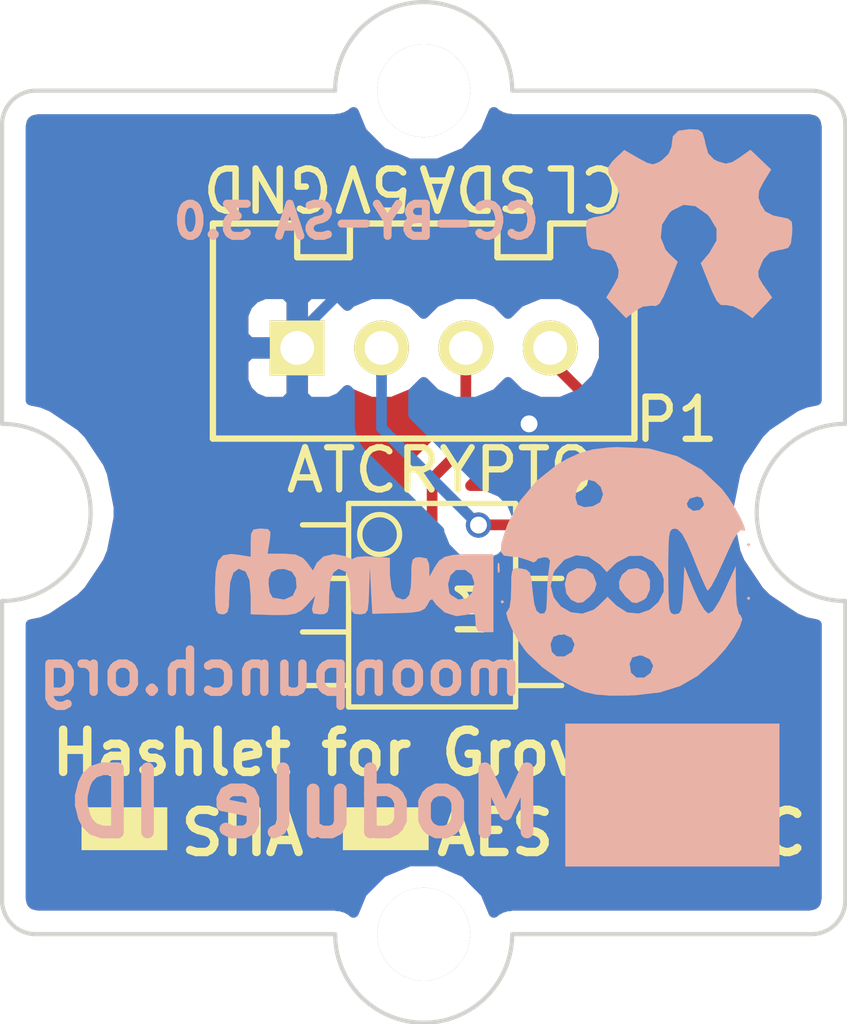
<source format=kicad_pcb>
(kicad_pcb (version 3) (host pcbnew "(2013-may-18)-stable")

  (general
    (links 4)
    (no_connects 0)
    (area 196.566934 126.063 222.813066 153.683)
    (thickness 1.6)
    (drawings 31)
    (tracks 32)
    (zones 0)
    (modules 10)
    (nets 5)
  )

  (page A3)
  (layers
    (15 F.Cu signal)
    (0 B.Cu signal)
    (16 B.Adhes user)
    (17 F.Adhes user)
    (18 B.Paste user)
    (19 F.Paste user)
    (20 B.SilkS user)
    (21 F.SilkS user)
    (22 B.Mask user)
    (23 F.Mask user)
    (28 Edge.Cuts user)
  )

  (setup
    (last_trace_width 0.254)
    (trace_clearance 0.254)
    (zone_clearance 0.508)
    (zone_45_only no)
    (trace_min 0.254)
    (segment_width 0.2)
    (edge_width 0.1)
    (via_size 0.6)
    (via_drill 0.4)
    (via_min_size 0.6)
    (via_min_drill 0.3)
    (uvia_size 0.508)
    (uvia_drill 0.127)
    (uvias_allowed no)
    (uvia_min_size 0.508)
    (uvia_min_drill 0.127)
    (pcb_text_width 0.3)
    (pcb_text_size 1.5 1.5)
    (mod_edge_width 0.15)
    (mod_text_size 1 1)
    (mod_text_width 0.15)
    (pad_size 2.2 2.2)
    (pad_drill 2.2)
    (pad_to_mask_clearance 0)
    (aux_axis_origin 0 0)
    (visible_elements FFFFFFBF)
    (pcbplotparams
      (layerselection 284196865)
      (usegerberextensions true)
      (excludeedgelayer true)
      (linewidth 0.150000)
      (plotframeref false)
      (viasonmask false)
      (mode 1)
      (useauxorigin false)
      (hpglpennumber 1)
      (hpglpenspeed 20)
      (hpglpendiameter 15)
      (hpglpenoverlay 2)
      (psnegative false)
      (psa4output false)
      (plotreference true)
      (plotvalue true)
      (plotothertext true)
      (plotinvisibletext false)
      (padsonsilk false)
      (subtractmaskfromsilk false)
      (outputformat 1)
      (mirror false)
      (drillshape 0)
      (scaleselection 1)
      (outputdirectory Gerber/))
  )

  (net 0 "")
  (net 1 /SCL)
  (net 2 /SDA)
  (net 3 /VCC)
  (net 4 GND)

  (net_class Default "This is the default net class."
    (clearance 0.254)
    (trace_width 0.254)
    (via_dia 0.6)
    (via_drill 0.4)
    (uvia_dia 0.508)
    (uvia_drill 0.127)
    (add_net "")
    (add_net /SCL)
    (add_net /SDA)
    (add_net /VCC)
    (add_net GND)
  )

  (module 1pin (layer F.Cu) (tedit 55CF05F4) (tstamp 55CF22D3)
    (at 210 130)
    (descr "module 1 pin (ou trou mecanique de percage)")
    (tags DEV)
    (path 1pin)
    (fp_text reference HoleA (at 0 -3.048) (layer F.SilkS) hide
      (effects (font (size 1.016 1.016) (thickness 0.254)))
    )
    (fp_text value P*** (at 0 2.794) (layer F.SilkS) hide
      (effects (font (size 1.016 1.016) (thickness 0.254)))
    )
    (pad 1 thru_hole circle (at 0 0) (size 2.2 2.2) (drill 2.2)
      (layers *.Cu *.Mask F.SilkS)
    )
  )

  (module 1pin (layer F.Cu) (tedit 55CF0600) (tstamp 55CF2347)
    (at 210 150)
    (descr "module 1 pin (ou trou mecanique de percage)")
    (tags DEV)
    (path 1pin)
    (fp_text reference HoleB (at 0 -3.048) (layer F.SilkS) hide
      (effects (font (size 1.016 1.016) (thickness 0.254)))
    )
    (fp_text value P*** (at 0 2.794) (layer F.SilkS) hide
      (effects (font (size 1.016 1.016) (thickness 0.254)))
    )
    (pad 1 thru_hole circle (at 0 0) (size 2.2 2.2) (drill 2.2)
      (layers *.Cu *.Mask F.SilkS)
    )
  )

  (module so-8 (layer F.Cu) (tedit 55CF0B04) (tstamp 55C70D73)
    (at 210.2 142.2 270)
    (descr SO-8)
    (path /54685FEC)
    (attr smd)
    (fp_text reference U1 (at 0 -1.016 270) (layer F.SilkS)
      (effects (font (size 0.7493 0.7493) (thickness 0.14986)))
    )
    (fp_text value ATCRYPTO (at -3.2 -0.2 360) (layer F.SilkS)
      (effects (font (size 1 1) (thickness 0.14986)))
    )
    (fp_line (start -2.413 -1.9812) (end -2.413 1.9812) (layer F.SilkS) (width 0.127))
    (fp_line (start -2.413 1.9812) (end 2.413 1.9812) (layer F.SilkS) (width 0.127))
    (fp_line (start 2.413 1.9812) (end 2.413 -1.9812) (layer F.SilkS) (width 0.127))
    (fp_line (start 2.413 -1.9812) (end -2.413 -1.9812) (layer F.SilkS) (width 0.127))
    (fp_line (start -1.905 -1.9812) (end -1.905 -3.0734) (layer F.SilkS) (width 0.127))
    (fp_line (start -0.635 -1.9812) (end -0.635 -3.0734) (layer F.SilkS) (width 0.127))
    (fp_line (start 0.635 -1.9812) (end 0.635 -3.0734) (layer F.SilkS) (width 0.127))
    (fp_line (start 1.905 -3.0734) (end 1.905 -1.9812) (layer F.SilkS) (width 0.127))
    (fp_line (start 1.905 1.9812) (end 1.905 3.0734) (layer F.SilkS) (width 0.127))
    (fp_line (start 0.635 3.0734) (end 0.635 1.9812) (layer F.SilkS) (width 0.127))
    (fp_line (start -0.635 3.0734) (end -0.635 1.9812) (layer F.SilkS) (width 0.127))
    (fp_line (start -1.905 3.0734) (end -1.905 1.9812) (layer F.SilkS) (width 0.127))
    (fp_circle (center -1.6764 1.2446) (end -1.9558 1.6256) (layer F.SilkS) (width 0.127))
    (pad 1 smd rect (at -1.905 2.794 270) (size 0.635 1.27)
      (layers F.Cu F.Paste F.Mask)
    )
    (pad 2 smd rect (at -0.635 2.794 270) (size 0.635 1.27)
      (layers F.Cu F.Paste F.Mask)
    )
    (pad 3 smd rect (at 0.635 2.794 270) (size 0.635 1.27)
      (layers F.Cu F.Paste F.Mask)
    )
    (pad 4 smd rect (at 1.905 2.794 270) (size 0.635 1.27)
      (layers F.Cu F.Paste F.Mask)
      (net 4 GND)
    )
    (pad 5 smd rect (at 1.905 -2.794 270) (size 0.635 1.27)
      (layers F.Cu F.Paste F.Mask)
      (net 2 /SDA)
    )
    (pad 6 smd rect (at 0.635 -2.794 270) (size 0.635 1.27)
      (layers F.Cu F.Paste F.Mask)
      (net 1 /SCL)
    )
    (pad 7 smd rect (at -0.635 -2.794 270) (size 0.635 1.27)
      (layers F.Cu F.Paste F.Mask)
    )
    (pad 8 smd rect (at -1.905 -2.794 270) (size 0.635 1.27)
      (layers F.Cu F.Paste F.Mask)
      (net 3 /VCC)
    )
    (model smd/smd_dil/so-8.wrl
      (at (xyz 0 0 0))
      (scale (xyz 1 1 1))
      (rotate (xyz 0 0 0))
    )
  )

  (module LOGO (layer B.Cu) (tedit 0) (tstamp 55C70E48)
    (at 215.9 146.7)
    (fp_text reference G*** (at 0 -2.45364) (layer B.SilkS) hide
      (effects (font (size 1.524 1.524) (thickness 0.3048)) (justify mirror))
    )
    (fp_text value LOGO (at 0 2.45364) (layer B.SilkS) hide
      (effects (font (size 1.524 1.524) (thickness 0.3048)) (justify mirror))
    )
    (fp_poly (pts (xy 2.54 1.69418) (xy 0 1.69418) (xy -2.54 1.69418) (xy -2.54 0)
      (xy -2.54 -1.69164) (xy 0 -1.69164) (xy 2.54 -1.69164) (xy 2.54 0)
      (xy 2.54 1.69418) (xy 2.54 1.69418)) (layer B.SilkS) (width 0.00254))
  )

  (module OSHW (layer B.Cu) (tedit 0) (tstamp 548728E9)
    (at 216.3 133.2)
    (fp_text reference G*** (at 0 -3.048) (layer B.SilkS) hide
      (effects (font (size 1.524 1.524) (thickness 0.3048)) (justify mirror))
    )
    (fp_text value LOGO (at 0 3.048) (layer B.SilkS) hide
      (effects (font (size 1.524 1.524) (thickness 0.3048)) (justify mirror))
    )
    (fp_poly (pts (xy 2.44602 0.06604) (xy 2.4384 0.19812) (xy 2.41046 0.42164) (xy 2.34442 0.52832)
      (xy 2.1971 0.56896) (xy 2.1336 0.57658) (xy 1.91262 0.635) (xy 1.76784 0.78994)
      (xy 1.71958 0.88392) (xy 1.6383 1.0795) (xy 1.64338 1.2192) (xy 1.7399 1.38684)
      (xy 1.77546 1.4351) (xy 1.96596 1.70434) (xy 1.73228 1.94818) (xy 1.4986 2.19456)
      (xy 1.25222 2.0193) (xy 1.04394 1.91262) (xy 0.86106 1.88214) (xy 0.84582 1.88468)
      (xy 0.74676 1.8796) (xy 0.65278 1.78562) (xy 0.5461 1.57226) (xy 0.48006 1.4097)
      (xy 0.27178 0.889) (xy 0.47498 0.65024) (xy 0.64516 0.3556) (xy 0.6477 0.07366)
      (xy 0.48006 -0.20574) (xy 0.42926 -0.26162) (xy 0.14478 -0.46228) (xy -0.13716 -0.49276)
      (xy -0.40894 -0.35814) (xy -0.4699 -0.30226) (xy -0.64516 -0.0254) (xy -0.67564 0.28194)
      (xy -0.56388 0.56642) (xy -0.47752 0.66802) (xy -0.27432 0.85598) (xy -0.49022 1.39954)
      (xy -0.61214 1.68656) (xy -0.70358 1.84658) (xy -0.79248 1.905) (xy -0.88646 1.89738)
      (xy -1.10236 1.92024) (xy -1.2827 2.02184) (xy -1.50114 2.19202) (xy -1.73482 1.94818)
      (xy -1.9685 1.70434) (xy -1.79578 1.4224) (xy -1.6891 1.2192) (xy -1.67386 1.05918)
      (xy -1.73736 0.87122) (xy -1.85928 0.6731) (xy -2.04216 0.58928) (xy -2.1336 0.57658)
      (xy -2.3114 0.5461) (xy -2.39776 0.46482) (xy -2.43332 0.28448) (xy -2.44094 0.1905)
      (xy -2.44856 -0.03556) (xy -2.40538 -0.14732) (xy -2.26314 -0.19812) (xy -2.12852 -0.22098)
      (xy -1.88976 -0.28194) (xy -1.76022 -0.39878) (xy -1.69926 -0.52832) (xy -1.65608 -0.73914)
      (xy -1.71704 -0.92202) (xy -1.78054 -1.01854) (xy -1.91262 -1.22936) (xy -1.92786 -1.37668)
      (xy -1.82626 -1.52146) (xy -1.74498 -1.60274) (xy -1.54178 -1.79324) (xy -1.2065 -1.6002)
      (xy -0.99314 -1.4859) (xy -0.85852 -1.45288) (xy -0.73406 -1.4986) (xy -0.6477 -1.55194)
      (xy -0.49022 -1.70434) (xy -0.42418 -1.85928) (xy -0.38862 -2.11836) (xy -0.25654 -2.25044)
      (xy -0.00254 -2.286) (xy 0 -2.286) (xy 0.21082 -2.27584) (xy 0.31242 -2.20726)
      (xy 0.36576 -2.032) (xy 0.37846 -1.9558) (xy 0.44958 -1.70942) (xy 0.58674 -1.56972)
      (xy 0.67818 -1.524) (xy 0.8636 -1.47066) (xy 1.02108 -1.50622) (xy 1.18618 -1.61036)
      (xy 1.45034 -1.79832) (xy 1.69672 -1.56464) (xy 1.9431 -1.32842) (xy 1.7653 -1.0414)
      (xy 1.65608 -0.83058) (xy 1.64084 -0.66548) (xy 1.69164 -0.51308) (xy 1.8034 -0.33528)
      (xy 1.9939 -0.23876) (xy 2.12852 -0.21082) (xy 2.33934 -0.16764) (xy 2.43078 -0.09398)
      (xy 2.44602 0.06604) (xy 2.44602 0.06604)) (layer B.SilkS) (width 0.00254))
  )

  (module TWIG_2.0 (layer F.Cu) (tedit 55C70059) (tstamp 55C70E19)
    (at 210 136.1)
    (descr "Seeed Grove connector")
    (tags CONN)
    (path /55C6ED69)
    (fp_text reference P1 (at 6 1.7) (layer F.SilkS)
      (effects (font (size 1 1) (thickness 0.15)))
    )
    (fp_text value TWIG_2.0 (at 3.15 3.1) (layer F.SilkS) hide
      (effects (font (size 1 1) (thickness 0.15)))
    )
    (fp_line (start -5 -2.95) (end -5 2.15) (layer F.SilkS) (width 0.15))
    (fp_line (start -5 2.15) (end 5 2.15) (layer F.SilkS) (width 0.15))
    (fp_line (start 5 2.15) (end 5 -2.95) (layer F.SilkS) (width 0.15))
    (fp_line (start 5 -2.95) (end 3 -2.95) (layer F.SilkS) (width 0.15))
    (fp_line (start 3 -2.95) (end 3 -2.15) (layer F.SilkS) (width 0.15))
    (fp_line (start 3 -2.15) (end 1.75 -2.15) (layer F.SilkS) (width 0.15))
    (fp_line (start 1.75 -2.15) (end 1.75 -2.95) (layer F.SilkS) (width 0.15))
    (fp_line (start 1.75 -2.95) (end -1.75 -2.95) (layer F.SilkS) (width 0.15))
    (fp_line (start -1.75 -2.95) (end -1.75 -2.15) (layer F.SilkS) (width 0.15))
    (fp_line (start -1.75 -2.15) (end -3 -2.15) (layer F.SilkS) (width 0.15))
    (fp_line (start -3 -2.15) (end -3 -2.95) (layer F.SilkS) (width 0.15))
    (fp_line (start -3 -2.95) (end -5 -2.95) (layer F.SilkS) (width 0.15))
    (pad 1 thru_hole rect (at -3 0) (size 1.3 1.3) (drill 0.8)
      (layers *.Cu *.Mask F.SilkS)
      (net 4 GND)
    )
    (pad 2 thru_hole circle (at -1 0) (size 1.3 1.3) (drill 0.8)
      (layers *.Cu *.Mask F.SilkS)
      (net 3 /VCC)
    )
    (pad 3 thru_hole circle (at 1 0) (size 1.3 1.3) (drill 0.8)
      (layers *.Cu *.Mask F.SilkS)
      (net 2 /SDA)
    )
    (pad 4 thru_hole circle (at 3 0) (size 1.3 1.3) (drill 0.8)
      (layers *.Cu *.Mask F.SilkS)
      (net 1 /SCL)
    )
  )

  (module MOONPUNCHLOGO (layer B.Cu) (tedit 0) (tstamp 55C71136)
    (at 211.4 141.4)
    (fp_text reference G*** (at 0 -3.72364) (layer B.SilkS) hide
      (effects (font (size 1.524 1.524) (thickness 0.3048)) (justify mirror))
    )
    (fp_text value MOONPUNCHLOGO (at 0 3.72364) (layer B.SilkS) hide
      (effects (font (size 1.524 1.524) (thickness 0.3048)) (justify mirror))
    )
    (fp_poly (pts (xy 6.22554 -0.96774) (xy 6.18998 -0.96774) (xy 6.1214 -0.9779) (xy 6.0452 -0.91186)
      (xy 5.9436 -0.74676) (xy 5.80898 -0.45974) (xy 5.66928 -0.14732) (xy 5.53466 0.14224)
      (xy 5.4229 0.35052) (xy 5.3467 0.44704) (xy 5.32892 0.44704) (xy 5.27558 0.3429)
      (xy 5.24764 0.2794) (xy 5.24764 -1.60782) (xy 5.18668 -1.75006) (xy 5.08254 -1.778)
      (xy 4.90728 -1.7272) (xy 4.84124 -1.60782) (xy 4.86664 -1.524) (xy 4.99364 -1.43764)
      (xy 5.14604 -1.45796) (xy 5.24256 -1.5621) (xy 5.24764 -1.60782) (xy 5.24764 0.2794)
      (xy 5.17652 0.12192) (xy 5.05206 -0.1778) (xy 4.99872 -0.3175) (xy 4.84632 -0.67564)
      (xy 4.72694 -0.89408) (xy 4.62534 -0.99822) (xy 4.56184 -1.016) (xy 4.49326 -1.0033)
      (xy 4.44754 -0.94742) (xy 4.4196 -0.82296) (xy 4.4069 -0.5969) (xy 4.40182 -0.24638)
      (xy 4.40182 0) (xy 4.40436 0.42926) (xy 4.41198 0.71628) (xy 4.42976 0.89154)
      (xy 4.46532 0.98044) (xy 4.5212 1.01346) (xy 4.56692 1.016) (xy 4.65582 0.99568)
      (xy 4.70916 0.91186) (xy 4.73964 0.72898) (xy 4.75742 0.44958) (xy 4.78282 -0.11938)
      (xy 5.00634 0.42672) (xy 5.13334 0.70358) (xy 5.2578 0.90932) (xy 5.34924 0.99822)
      (xy 5.35178 0.99822) (xy 5.461 0.93472) (xy 5.60578 0.71374) (xy 5.73786 0.44958)
      (xy 6.00202 -0.127) (xy 6.00456 0.43688) (xy 6.02488 0.79756) (xy 6.07568 0.99822)
      (xy 6.11632 1.03886) (xy 6.15696 1.1303) (xy 6.09854 1.31318) (xy 5.95884 1.5621)
      (xy 5.7531 1.8415) (xy 5.50164 2.1209) (xy 5.09524 2.47904) (xy 4.67614 2.72034)
      (xy 4.29514 2.83718) (xy 4.29514 0.1905) (xy 4.24688 0.04064) (xy 4.04368 -0.23368)
      (xy 3.7719 -0.37338) (xy 3.46964 -0.36576) (xy 3.175 -0.20828) (xy 3.12166 -0.16002)
      (xy 2.9464 0.01524) (xy 2.85496 -0.08382) (xy 2.85496 -1.8288) (xy 2.79908 -2.0066)
      (xy 2.65938 -2.13614) (xy 2.4765 -2.17932) (xy 2.3241 -2.11328) (xy 2.23012 -1.9558)
      (xy 2.19964 -1.75006) (xy 2.2479 -1.5875) (xy 2.25552 -1.57988) (xy 2.41046 -1.524)
      (xy 2.6162 -1.54686) (xy 2.7813 -1.6383) (xy 2.78892 -1.64592) (xy 2.85496 -1.8288)
      (xy 2.85496 -0.08382) (xy 2.78384 -0.16002) (xy 2.51206 -0.34798) (xy 2.21742 -0.38354)
      (xy 1.94056 -0.2794) (xy 1.71958 -0.0381) (xy 1.6764 0.04064) (xy 1.6129 0.3429)
      (xy 1.68402 0.61468) (xy 1.8542 0.83058) (xy 2.09042 0.96774) (xy 2.3622 1.00076)
      (xy 2.63398 0.90678) (xy 2.75336 0.80772) (xy 2.96164 0.60198) (xy 3.16992 0.80772)
      (xy 3.429 0.97282) (xy 3.70586 0.99822) (xy 3.9624 0.90678) (xy 4.16814 0.72644)
      (xy 4.2926 0.48006) (xy 4.29514 0.1905) (xy 4.29514 2.83718) (xy 4.2037 2.86766)
      (xy 4.04368 2.88544) (xy 4.04368 2.2352) (xy 3.96494 2.0828) (xy 3.7846 1.99644)
      (xy 3.71602 1.99136) (xy 3.54584 2.03962) (xy 3.48488 2.19202) (xy 3.5179 2.4003)
      (xy 3.64998 2.51714) (xy 3.83032 2.51714) (xy 3.98272 2.40538) (xy 4.04368 2.2352)
      (xy 4.04368 2.88544) (xy 3.62966 2.9337) (xy 3.46964 2.94132) (xy 3.01752 2.94386)
      (xy 2.68732 2.91846) (xy 2.4257 2.86004) (xy 2.30632 2.81686) (xy 2.17932 2.75082)
      (xy 2.17932 1.7272) (xy 2.10312 1.57226) (xy 1.92278 1.48844) (xy 1.8542 1.48336)
      (xy 1.6764 1.5494) (xy 1.60782 1.72212) (xy 1.64084 1.91008) (xy 1.75514 2.01422)
      (xy 1.93294 2.01676) (xy 2.10312 1.9177) (xy 2.1209 1.89738) (xy 2.17932 1.7272)
      (xy 2.17932 2.75082) (xy 1.85166 2.58064) (xy 1.41732 2.2733) (xy 1.06426 1.94056)
      (xy 0.98806 1.84658) (xy 0.8255 1.60782) (xy 0.68834 1.35636) (xy 0.59436 1.13284)
      (xy 0.5588 0.9779) (xy 0.58928 0.93218) (xy 0.63754 0.85344) (xy 0.66802 0.65024)
      (xy 0.67564 0.4191) (xy 0.67818 0.13462) (xy 0.70104 -0.01524) (xy 0.75946 -0.07366)
      (xy 0.87122 -0.07366) (xy 0.90932 -0.06858) (xy 1.03886 -0.04064) (xy 1.11506 0.02794)
      (xy 1.1557 0.18542) (xy 1.18364 0.46482) (xy 1.22174 0.76454) (xy 1.27508 0.92964)
      (xy 1.3589 0.99822) (xy 1.37414 1.00076) (xy 1.46304 0.99314) (xy 1.50876 0.89662)
      (xy 1.52146 0.67818) (xy 1.524 0.6096) (xy 1.53416 0.29972) (xy 1.5621 0.01016)
      (xy 1.5748 -0.07366) (xy 1.59766 -0.25654) (xy 1.54432 -0.32766) (xy 1.4478 -0.33782)
      (xy 1.30556 -0.30226) (xy 1.27 -0.25146) (xy 1.20904 -0.21336) (xy 1.08204 -0.26416)
      (xy 0.8509 -0.33782) (xy 0.65786 -0.3556) (xy 0.50292 -0.37592) (xy 0.4318 -0.46736)
      (xy 0.43942 -0.6477) (xy 0.52832 -0.94742) (xy 0.5969 -1.13538) (xy 0.87376 -1.66116)
      (xy 1.27762 -2.14376) (xy 1.77038 -2.53746) (xy 2.00152 -2.66954) (xy 2.31648 -2.81178)
      (xy 2.61874 -2.8956) (xy 2.97942 -2.93878) (xy 3.1877 -2.94894) (xy 3.94716 -2.91338)
      (xy 4.61518 -2.73304) (xy 5.1943 -2.413) (xy 5.6769 -1.95326) (xy 5.83438 -1.74498)
      (xy 5.9944 -1.49352) (xy 6.12394 -1.25476) (xy 6.20522 -1.06934) (xy 6.22554 -0.96774)
      (xy 6.22554 -0.96774)) (layer B.SilkS) (width 0.00254))
    (fp_poly (pts (xy 0.254 1.44018) (xy 0.04064 1.44018) (xy -0.11176 1.41224) (xy -0.1651 1.2954)
      (xy -0.17018 1.18872) (xy -0.18288 1.016) (xy -0.19812 1.00584) (xy -0.19812 0.27432)
      (xy -0.26162 0.07874) (xy -0.41402 -0.0381) (xy -0.62738 -0.03302) (xy -0.63754 -0.03048)
      (xy -0.76708 0.09652) (xy -0.82296 0.30226) (xy -0.79248 0.50292) (xy -0.762 0.55118)
      (xy -0.57912 0.66548) (xy -0.38354 0.63754) (xy -0.254 0.50546) (xy -0.19812 0.27432)
      (xy -0.19812 1.00584) (xy -0.24892 0.98044) (xy -0.36322 1.02362) (xy -0.62738 1.05918)
      (xy -0.89916 0.97282) (xy -1.10744 0.78486) (xy -1.11506 0.77216) (xy -1.19888 0.65786)
      (xy -1.2573 0.68834) (xy -1.31064 0.78994) (xy -1.37922 0.88646) (xy -1.49352 0.94488)
      (xy -1.69418 0.97536) (xy -2.01168 0.98806) (xy -2.61874 1.0033) (xy -2.64922 0.43942)
      (xy -2.67716 -0.127) (xy -2.69494 0.4445) (xy -2.70764 0.74676) (xy -2.7305 0.91948)
      (xy -2.78384 0.99568) (xy -2.88036 1.016) (xy -2.921 1.016) (xy -3.04546 1.0033)
      (xy -3.10642 0.9398) (xy -3.13182 0.77978) (xy -3.13436 0.56134) (xy -3.1623 0.21082)
      (xy -3.24612 0.0127) (xy -3.26136 0) (xy -3.41884 -0.0635) (xy -3.5433 0.02794)
      (xy -3.6195 0.25908) (xy -3.64236 0.56134) (xy -3.64744 0.82296) (xy -3.67792 0.96012)
      (xy -3.75158 1.00838) (xy -3.86334 1.016) (xy -4.01828 0.99568) (xy -4.04876 0.89916)
      (xy -4.02844 0.79502) (xy -3.97256 0.57404) (xy -4.16814 0.79502) (xy -4.29768 0.92202)
      (xy -4.41452 0.98552) (xy -4.41452 0.381) (xy -4.4323 0.1524) (xy -4.52882 0.00254)
      (xy -4.7117 -0.06096) (xy -4.86918 -0.0508) (xy -5.01904 0.02032) (xy -5.07492 0.1651)
      (xy -5.08 0.2921) (xy -5.05206 0.49784) (xy -4.98348 0.61722) (xy -4.97586 0.6223)
      (xy -4.70916 0.66548) (xy -4.50596 0.57658) (xy -4.41452 0.381) (xy -4.41452 0.98552)
      (xy -4.43738 0.99822) (xy -4.63296 1.03124) (xy -4.93268 1.03378) (xy -5.10286 1.0287)
      (xy -5.50418 1.016) (xy -5.50418 0.56134) (xy -5.53212 0.21082) (xy -5.61848 0.0127)
      (xy -5.63118 0) (xy -5.7912 -0.0635) (xy -5.91312 0.02794) (xy -5.98932 0.25908)
      (xy -6.01218 0.56134) (xy -6.0198 0.8255) (xy -6.05282 0.96266) (xy -6.12648 1.01346)
      (xy -6.18236 1.016) (xy -6.26872 1.00076) (xy -6.31952 0.93218) (xy -6.34492 0.77216)
      (xy -6.35 0.49022) (xy -6.35 0.39116) (xy -6.33476 -0.00254) (xy -6.27634 -0.25146)
      (xy -6.1595 -0.381) (xy -5.96646 -0.41402) (xy -5.80136 -0.39624) (xy -5.50418 -0.34798)
      (xy -5.50418 -0.68326) (xy -5.49402 -0.89662) (xy -5.43814 -0.99314) (xy -5.30098 -1.016)
      (xy -5.25526 -1.016) (xy -5.0927 -1.0033) (xy -5.03428 -0.93218) (xy -5.04952 -0.7493)
      (xy -5.0546 -0.71882) (xy -5.10286 -0.42164) (xy -4.71424 -0.42164) (xy -4.44246 -0.40132)
      (xy -4.26974 -0.32258) (xy -4.17576 -0.22352) (xy -4.0259 -0.02286) (xy -3.937 -0.2032)
      (xy -3.77952 -0.35306) (xy -3.53568 -0.41148) (xy -3.27406 -0.36576) (xy -3.22326 -0.34036)
      (xy -3.09118 -0.2921) (xy -3.05054 -0.31496) (xy -2.97434 -0.34544) (xy -2.77876 -0.35814)
      (xy -2.62636 -0.35052) (xy -2.20218 -0.32258) (xy -2.20218 0.08382) (xy -2.16408 0.4064)
      (xy -2.05994 0.60706) (xy -1.89738 0.66548) (xy -1.82372 0.6477) (xy -1.74244 0.5588)
      (xy -1.7018 0.35052) (xy -1.69418 0.12954) (xy -1.6891 -0.13716) (xy -1.66116 -0.27686)
      (xy -1.59004 -0.3302) (xy -1.48336 -0.33782) (xy -1.32588 -0.30734) (xy -1.27254 -0.1778)
      (xy -1.26746 -0.10414) (xy -1.26492 0.127) (xy -1.14046 -0.09906) (xy -1.03632 -0.254)
      (xy -0.89916 -0.34544) (xy -0.69088 -0.3937) (xy -0.36576 -0.40894) (xy -0.23368 -0.40894)
      (xy 0.254 -0.40894) (xy 0.254 0.51562) (xy 0.254 1.44018) (xy 0.254 1.44018)) (layer B.SilkS) (width 0.00254))
    (fp_poly (pts (xy 0.508 0.72136) (xy 0.46482 0.762) (xy 0.42164 0.72136) (xy 0.46482 0.67818)
      (xy 0.508 0.72136) (xy 0.508 0.72136)) (layer B.SilkS) (width 0.00254))
    (fp_poly (pts (xy 6.35 0.635) (xy 6.30682 0.67818) (xy 6.26364 0.635) (xy 6.30682 0.59436)
      (xy 6.35 0.635) (xy 6.35 0.635)) (layer B.SilkS) (width 0.00254))
    (fp_poly (pts (xy 0.40386 -0.01778) (xy 0.3937 0.02286) (xy 0.36322 0.03302) (xy 0.35052 -0.08382)
      (xy 0.36322 -0.2032) (xy 0.3937 -0.1905) (xy 0.40386 -0.01778) (xy 0.40386 -0.01778)) (layer B.SilkS) (width 0.00254))
    (fp_poly (pts (xy 6.35 -0.635) (xy 6.30682 -0.59182) (xy 6.26364 -0.635) (xy 6.30682 -0.67564)
      (xy 6.35 -0.635) (xy 6.35 -0.635)) (layer B.SilkS) (width 0.00254))
    (fp_poly (pts (xy 2.70002 0.2921) (xy 2.65176 0.45974) (xy 2.54 0.59436) (xy 2.37998 0.72898)
      (xy 2.2479 0.74422) (xy 2.0955 0.67056) (xy 1.98374 0.5207) (xy 1.94818 0.29972)
      (xy 1.99898 0.08636) (xy 2.04724 0.01778) (xy 2.23774 -0.0762) (xy 2.45364 -0.05588)
      (xy 2.61366 0.06604) (xy 2.62128 0.07874) (xy 2.70002 0.2921) (xy 2.70002 0.2921)) (layer B.SilkS) (width 0.00254))
    (fp_poly (pts (xy 3.96748 0.20574) (xy 3.96494 0.43434) (xy 3.87858 0.62484) (xy 3.81508 0.67564)
      (xy 3.65252 0.7493) (xy 3.54076 0.73152) (xy 3.39852 0.60452) (xy 3.38582 0.59436)
      (xy 3.24358 0.40894) (xy 3.23596 0.23622) (xy 3.30454 0.07874) (xy 3.45694 -0.0508)
      (xy 3.6703 -0.07874) (xy 3.86588 0.00762) (xy 3.87604 0.01778) (xy 3.96748 0.20574)
      (xy 3.96748 0.20574)) (layer B.SilkS) (width 0.00254))
  )

  (module CHIPPAD (layer F.Cu) (tedit 0) (tstamp 55CF158F)
    (at 202.9 147.5)
    (fp_text reference G*** (at 0 1.27) (layer F.SilkS) hide
      (effects (font (size 1.524 1.524) (thickness 0.3048)))
    )
    (fp_text value CHIPPAD (at 0 -1.27) (layer F.SilkS) hide
      (effects (font (size 1.524 1.524) (thickness 0.3048)))
    )
    (fp_poly (pts (xy 1.016 0.508) (xy 0 0.508) (xy -1.016 0.508) (xy -1.016 0)
      (xy -1.016 -0.508) (xy 0 -0.508) (xy 1.016 -0.508) (xy 1.016 0)
      (xy 1.016 0.508) (xy 1.016 0.508)) (layer F.SilkS) (width 0.00254))
  )

  (module CHIPPAD (layer F.Cu) (tedit 0) (tstamp 55CF1598)
    (at 209.1 147.5)
    (fp_text reference G*** (at 0 1.27) (layer F.SilkS) hide
      (effects (font (size 1.524 1.524) (thickness 0.3048)))
    )
    (fp_text value CHIPPAD (at 0 -1.27) (layer F.SilkS) hide
      (effects (font (size 1.524 1.524) (thickness 0.3048)))
    )
    (fp_poly (pts (xy 1.016 0.508) (xy 0 0.508) (xy -1.016 0.508) (xy -1.016 0)
      (xy -1.016 -0.508) (xy 0 -0.508) (xy 1.016 -0.508) (xy 1.016 0)
      (xy 1.016 0.508) (xy 1.016 0.508)) (layer F.SilkS) (width 0.00254))
  )

  (module CHIPPAD (layer F.Cu) (tedit 0) (tstamp 55CF15A1)
    (at 215 147.5)
    (fp_text reference G*** (at 0 1.27) (layer F.SilkS) hide
      (effects (font (size 1.524 1.524) (thickness 0.3048)))
    )
    (fp_text value CHIPPAD (at 0 -1.27) (layer F.SilkS) hide
      (effects (font (size 1.524 1.524) (thickness 0.3048)))
    )
    (fp_poly (pts (xy 1.016 0.508) (xy 0 0.508) (xy -1.016 0.508) (xy -1.016 0)
      (xy -1.016 -0.508) (xy 0 -0.508) (xy 1.016 -0.508) (xy 1.016 0)
      (xy 1.016 0.508) (xy 1.016 0.508)) (layer F.SilkS) (width 0.00254))
  )

  (gr_text "Module ID" (at 207.2 146.9) (layer B.SilkS)
    (effects (font (size 1.5 1.5) (thickness 0.3)) (justify mirror))
  )
  (gr_text moonpunch.org (at 206.6 143.8) (layer B.SilkS)
    (effects (font (size 1 1) (thickness 0.2)) (justify mirror))
  )
  (gr_text ECC (at 217.6 147.6) (layer F.SilkS)
    (effects (font (size 1 1) (thickness 0.2)))
  )
  (gr_text AES (at 211.7 147.6) (layer F.SilkS)
    (effects (font (size 1 1) (thickness 0.2)))
  )
  (gr_text SHA (at 205.7 147.6) (layer F.SilkS)
    (effects (font (size 1 1) (thickness 0.2)))
  )
  (gr_line (start 200 137.9) (end 200 130.8) (angle 90) (layer Edge.Cuts) (width 0.1))
  (gr_arc (start 200 140) (end 200 137.9) (angle 90) (layer Edge.Cuts) (width 0.1))
  (gr_arc (start 200 140) (end 202.1 140) (angle 90) (layer Edge.Cuts) (width 0.1))
  (gr_line (start 200 149.2) (end 200 142.1) (angle 90) (layer Edge.Cuts) (width 0.1))
  (gr_arc (start 200.8 149.2) (end 200.8 150) (angle 90) (layer Edge.Cuts) (width 0.1))
  (gr_line (start 207.9 150) (end 200.8 150) (angle 90) (layer Edge.Cuts) (width 0.1))
  (gr_arc (start 210 150) (end 210 152.1) (angle 90) (layer Edge.Cuts) (width 0.1))
  (gr_arc (start 210 150) (end 212.1 150) (angle 90) (layer Edge.Cuts) (width 0.1))
  (gr_line (start 219.2 150) (end 212.1 150) (angle 90) (layer Edge.Cuts) (width 0.1))
  (gr_arc (start 219.2 149.2) (end 220 149.2) (angle 90) (layer Edge.Cuts) (width 0.1))
  (gr_line (start 220 142.1) (end 220 149.2) (angle 90) (layer Edge.Cuts) (width 0.1))
  (gr_arc (start 220 140) (end 220 142.1) (angle 90) (layer Edge.Cuts) (width 0.1))
  (gr_arc (start 220 140) (end 217.9 140) (angle 90) (layer Edge.Cuts) (width 0.1))
  (gr_line (start 220 130.8) (end 220 137.9) (angle 90) (layer Edge.Cuts) (width 0.1))
  (gr_arc (start 219.2 130.8) (end 219.2 130) (angle 90) (layer Edge.Cuts) (width 0.1))
  (gr_line (start 212.1 130) (end 219.2 130) (angle 90) (layer Edge.Cuts) (width 0.1))
  (gr_arc (start 210 130) (end 210 127.9) (angle 90) (layer Edge.Cuts) (width 0.1))
  (gr_arc (start 210 130) (end 207.9 130) (angle 90) (layer Edge.Cuts) (width 0.1))
  (gr_line (start 200.8 130) (end 207.9 130) (angle 90) (layer Edge.Cuts) (width 0.1))
  (gr_arc (start 200.8 130.8) (end 200 130.8) (angle 90) (layer Edge.Cuts) (width 0.1))
  (gr_text "Hashlet for Grove" (at 207.9 145.7) (layer F.SilkS)
    (effects (font (size 1 1) (thickness 0.2)))
  )
  (gr_text 5V (at 208.8 132.3 180) (layer F.SilkS)
    (effects (font (size 1 1) (thickness 0.1524)))
  )
  (gr_text GND (at 206.3 132.3 180) (layer F.SilkS)
    (effects (font (size 1 1) (thickness 0.1524)))
  )
  (gr_text SDA (at 211.3 132.3 180) (layer F.SilkS)
    (effects (font (size 1 1) (thickness 0.1524)))
  )
  (gr_text SCL (at 214.3 132.3 180) (layer F.SilkS)
    (effects (font (size 1 1) (thickness 0.1524)))
  )
  (gr_text "CC-BY-SA 3.0\n" (at 208.4 133.1) (layer B.SilkS)
    (effects (font (size 0.762 0.762) (thickness 0.1905)) (justify mirror))
  )

  (segment (start 213 136.1) (end 213 136.4) (width 0.254) (layer F.Cu) (net 1))
  (segment (start 214.665 142.835) (end 212.994 142.835) (width 0.254) (layer F.Cu) (net 1) (tstamp 55C70EDA))
  (segment (start 215.3 142.2) (end 214.665 142.835) (width 0.254) (layer F.Cu) (net 1) (tstamp 55C70ED9))
  (segment (start 215.3 141.5) (end 215.3 142.2) (width 0.254) (layer F.Cu) (net 1) (tstamp 55C70ED8))
  (segment (start 214.4 140.6) (end 215.3 141.5) (width 0.254) (layer F.Cu) (net 1) (tstamp 55C70ED7))
  (segment (start 214.4 139.7) (end 214.4 140.6) (width 0.254) (layer F.Cu) (net 1) (tstamp 55C70ED6))
  (segment (start 215.2 138.9) (end 214.4 139.7) (width 0.254) (layer F.Cu) (net 1) (tstamp 55C70ED5))
  (segment (start 215.2 138.6) (end 215.2 138.9) (width 0.254) (layer F.Cu) (net 1) (tstamp 55C70ED4))
  (segment (start 213 136.4) (end 215.2 138.6) (width 0.254) (layer F.Cu) (net 1) (tstamp 55C70ED3))
  (segment (start 211 136.1) (end 211 138.4) (width 0.254) (layer F.Cu) (net 2))
  (segment (start 211.705 144.105) (end 212.994 144.105) (width 0.254) (layer F.Cu) (net 2) (tstamp 55C70EA5))
  (segment (start 210.2 142.6) (end 211.705 144.105) (width 0.254) (layer F.Cu) (net 2) (tstamp 55C70EA3))
  (segment (start 210.2 139.2) (end 210.2 142.6) (width 0.254) (layer F.Cu) (net 2) (tstamp 55C70EA2))
  (segment (start 211 138.4) (end 210.2 139.2) (width 0.254) (layer F.Cu) (net 2) (tstamp 55C70EA1))
  (segment (start 209 136.1) (end 209 138) (width 0.254) (layer B.Cu) (net 3))
  (segment (start 211.305 140.295) (end 212.994 140.295) (width 0.254) (layer F.Cu) (net 3) (tstamp 55D06A2B))
  (segment (start 211.3 140.3) (end 211.305 140.295) (width 0.254) (layer F.Cu) (net 3) (tstamp 55D06A2A))
  (via (at 211.3 140.3) (size 0.6) (layers F.Cu B.Cu) (net 3))
  (segment (start 209 138) (end 211.3 140.3) (width 0.254) (layer B.Cu) (net 3) (tstamp 55D06A23))
  (segment (start 207 136.1) (end 207 135.8) (width 0.254) (layer B.Cu) (net 4))
  (via (at 212.5 137.9) (size 0.6) (layers F.Cu B.Cu) (net 4))
  (segment (start 213.4 137.9) (end 212.5 137.9) (width 0.254) (layer B.Cu) (net 4) (tstamp 55D06A62))
  (segment (start 214.4 136.9) (end 213.4 137.9) (width 0.254) (layer B.Cu) (net 4) (tstamp 55D06A60))
  (segment (start 214.4 135.4) (end 214.4 136.9) (width 0.254) (layer B.Cu) (net 4) (tstamp 55D06A5F))
  (segment (start 213.7 134.7) (end 214.4 135.4) (width 0.254) (layer B.Cu) (net 4) (tstamp 55D06A5E))
  (segment (start 208.1 134.7) (end 213.7 134.7) (width 0.254) (layer B.Cu) (net 4) (tstamp 55D06A59))
  (segment (start 207 135.8) (end 208.1 134.7) (width 0.254) (layer B.Cu) (net 4) (tstamp 55D06A57))
  (segment (start 207 136.1) (end 207 137.4) (width 0.254) (layer F.Cu) (net 4))
  (segment (start 206.105 144.105) (end 207.406 144.105) (width 0.254) (layer F.Cu) (net 4) (tstamp 55C70E6A))
  (segment (start 205.5 143.5) (end 206.105 144.105) (width 0.254) (layer F.Cu) (net 4) (tstamp 55C70E69))
  (segment (start 205.5 138.9) (end 205.5 143.5) (width 0.254) (layer F.Cu) (net 4) (tstamp 55C70E67))
  (segment (start 207 137.4) (end 205.5 138.9) (width 0.254) (layer F.Cu) (net 4) (tstamp 55C70E65))

  (zone (net 4) (net_name GND) (layer F.Cu) (tstamp 55CF23A1) (hatch edge 0.508)
    (connect_pads (clearance 0.508))
    (min_thickness 0.254)
    (fill (arc_segments 16) (thermal_gap 0.508) (thermal_bridge_width 0.508))
    (polygon
      (pts
        (xy 200.8 130.2) (xy 219.2 130.2) (xy 219.8 130.8) (xy 219.8 149.2) (xy 219.2 149.8)
        (xy 200.8 149.8) (xy 200.2 149.2) (xy 200.2 130.8)
      )
    )
    (filled_polygon
      (pts
        (xy 214.272369 138.75) (xy 213.861185 139.161185) (xy 213.739968 139.342597) (xy 213.503245 139.34239) (xy 212.233245 139.34239)
        (xy 211.999771 139.438859) (xy 211.905465 139.533) (xy 211.855475 139.533) (xy 211.830327 139.507808) (xy 211.486799 139.365162)
        (xy 211.114833 139.364838) (xy 211.111355 139.366274) (xy 211.538815 138.938816) (xy 211.538815 138.938815) (xy 211.703996 138.691605)
        (xy 211.761999 138.400001) (xy 211.762 138.4) (xy 211.762 137.155009) (xy 212.000159 136.917264) (xy 212.271156 137.188734)
        (xy 212.743276 137.384776) (xy 212.907288 137.384919) (xy 214.272369 138.75)
      )
    )
    (filled_polygon
      (pts
        (xy 219.315 149.131435) (xy 219.293598 149.239519) (xy 219.27231 149.27132) (xy 219.238238 149.294129) (xy 219.132836 149.315)
        (xy 216.062 149.315) (xy 216.062 142.2) (xy 216.062 141.5) (xy 216.003996 141.208395) (xy 215.838815 140.961185)
        (xy 215.838815 140.961184) (xy 215.162 140.284369) (xy 215.162 140.01563) (xy 215.738815 139.438816) (xy 215.738815 139.438815)
        (xy 215.903996 139.191605) (xy 215.961999 138.900001) (xy 215.962 138.9) (xy 215.962 138.6) (xy 215.961999 138.599999)
        (xy 215.903996 138.308395) (xy 215.738815 138.061185) (xy 215.738815 138.061184) (xy 214.211301 136.53367) (xy 214.284776 136.356724)
        (xy 214.285222 135.845519) (xy 214.090005 135.373057) (xy 213.728844 135.011266) (xy 213.256724 134.815224) (xy 212.745519 134.814778)
        (xy 212.273057 135.009995) (xy 211.99984 135.282735) (xy 211.728844 135.011266) (xy 211.256724 134.815224) (xy 210.745519 134.814778)
        (xy 210.273057 135.009995) (xy 209.99984 135.282735) (xy 209.728844 135.011266) (xy 209.256724 134.815224) (xy 208.745519 134.814778)
        (xy 208.273057 135.009995) (xy 208.189498 135.093408) (xy 208.188013 135.089832) (xy 208.009229 134.911359) (xy 207.775755 134.81489)
        (xy 207.28575 134.815) (xy 207.127 134.97375) (xy 207.127 135.973) (xy 207.147 135.973) (xy 207.147 136.227)
        (xy 207.127 136.227) (xy 207.127 137.22625) (xy 207.28575 137.385) (xy 207.775755 137.38511) (xy 208.009229 137.288641)
        (xy 208.188013 137.110168) (xy 208.189397 137.106833) (xy 208.271156 137.188734) (xy 208.743276 137.384776) (xy 209.254481 137.385222)
        (xy 209.726943 137.190005) (xy 210.000159 136.917264) (xy 210.238 137.15552) (xy 210.238 138.084369) (xy 209.661185 138.661185)
        (xy 209.496004 138.908395) (xy 209.438 139.2) (xy 209.438 142.6) (xy 209.496004 142.891605) (xy 209.661185 143.138815)
        (xy 211.166184 144.643815) (xy 211.166185 144.643815) (xy 211.413395 144.808996) (xy 211.705 144.867) (xy 211.905481 144.867)
        (xy 211.998832 144.960513) (xy 212.232136 145.057389) (xy 212.484755 145.05761) (xy 213.754755 145.05761) (xy 213.988229 144.961141)
        (xy 214.167013 144.782668) (xy 214.263889 144.549364) (xy 214.26411 144.296745) (xy 214.26411 143.661745) (xy 214.237358 143.597)
        (xy 214.665 143.597) (xy 214.665 143.596999) (xy 214.956604 143.538996) (xy 214.956605 143.538996) (xy 215.203815 143.373815)
        (xy 215.838815 142.738816) (xy 215.838815 142.738815) (xy 216.003996 142.491605) (xy 216.061999 142.2) (xy 216.062 142.2)
        (xy 216.062 149.315) (xy 212.1 149.315) (xy 212.033421 149.328243) (xy 211.967651 149.328186) (xy 211.906328 149.353524)
        (xy 211.837862 149.367143) (xy 211.780325 149.405587) (xy 211.720633 149.430252) (xy 211.67452 149.476284) (xy 211.663828 149.483427)
        (xy 211.471719 149.018486) (xy 210.984081 148.529997) (xy 210.346627 148.265302) (xy 209.656401 148.2647) (xy 209.018486 148.528281)
        (xy 208.67611 148.87006) (xy 208.67611 144.548255) (xy 208.67611 143.661745) (xy 208.596806 143.469815) (xy 208.675889 143.279364)
        (xy 208.67611 143.026745) (xy 208.67611 142.391745) (xy 208.596806 142.199815) (xy 208.675889 142.009364) (xy 208.67611 141.756745)
        (xy 208.67611 141.121745) (xy 208.596806 140.929815) (xy 208.675889 140.739364) (xy 208.67611 140.486745) (xy 208.67611 139.851745)
        (xy 208.579641 139.618271) (xy 208.401168 139.439487) (xy 208.167864 139.342611) (xy 207.915245 139.34239) (xy 206.873 139.34239)
        (xy 206.873 137.22625) (xy 206.873 136.227) (xy 206.873 135.973) (xy 206.873 134.97375) (xy 206.71425 134.815)
        (xy 206.224245 134.81489) (xy 205.990771 134.911359) (xy 205.811987 135.089832) (xy 205.715111 135.323136) (xy 205.71489 135.575755)
        (xy 205.715 135.81425) (xy 205.87375 135.973) (xy 206.873 135.973) (xy 206.873 136.227) (xy 205.87375 136.227)
        (xy 205.715 136.38575) (xy 205.71489 136.624245) (xy 205.715111 136.876864) (xy 205.811987 137.110168) (xy 205.990771 137.288641)
        (xy 206.224245 137.38511) (xy 206.71425 137.385) (xy 206.873 137.22625) (xy 206.873 139.34239) (xy 206.645245 139.34239)
        (xy 206.411771 139.438859) (xy 206.232987 139.617332) (xy 206.136111 139.850636) (xy 206.13589 140.103255) (xy 206.13589 140.738255)
        (xy 206.215193 140.930184) (xy 206.136111 141.120636) (xy 206.13589 141.373255) (xy 206.13589 142.008255) (xy 206.215193 142.200184)
        (xy 206.136111 142.390636) (xy 206.13589 142.643255) (xy 206.13589 143.278255) (xy 206.215117 143.47) (xy 206.13589 143.661745)
        (xy 206.136 143.81925) (xy 206.29475 143.978) (xy 207.279 143.978) (xy 207.279 143.958) (xy 207.533 143.958)
        (xy 207.533 143.978) (xy 208.51725 143.978) (xy 208.676 143.81925) (xy 208.67611 143.661745) (xy 208.67611 144.548255)
        (xy 208.676 144.39075) (xy 208.51725 144.232) (xy 207.533 144.232) (xy 207.533 144.89875) (xy 207.69175 145.0575)
        (xy 207.915245 145.05761) (xy 208.167864 145.057389) (xy 208.401168 144.960513) (xy 208.579641 144.781729) (xy 208.67611 144.548255)
        (xy 208.67611 148.87006) (xy 208.529997 149.015919) (xy 208.335935 149.48327) (xy 208.328023 149.477984) (xy 208.280068 149.430112)
        (xy 208.217989 149.404461) (xy 208.162138 149.367143) (xy 208.095676 149.353922) (xy 208.03305 149.328046) (xy 207.96588 149.328104)
        (xy 207.9 149.315) (xy 207.279 149.315) (xy 207.279 144.89875) (xy 207.279 144.232) (xy 206.29475 144.232)
        (xy 206.136 144.39075) (xy 206.13589 144.548255) (xy 206.232359 144.781729) (xy 206.410832 144.960513) (xy 206.644136 145.057389)
        (xy 206.896755 145.05761) (xy 207.12025 145.0575) (xy 207.279 144.89875) (xy 207.279 149.315) (xy 200.868564 149.315)
        (xy 200.76048 149.293598) (xy 200.728679 149.27231) (xy 200.70587 149.238238) (xy 200.685 149.132836) (xy 200.685 142.661664)
        (xy 200.934193 142.611871) (xy 200.937858 142.611868) (xy 201.184697 142.509371) (xy 201.861642 142.056196) (xy 201.864992 142.054812)
        (xy 202.054148 141.865986) (xy 202.509965 141.185095) (xy 202.612462 140.938256) (xy 202.612464 140.93487) (xy 202.772422 140.134363)
        (xy 202.772422 140.133473) (xy 202.772655 140.132911) (xy 202.772539 140) (xy 202.772655 139.867089) (xy 202.772422 139.866526)
        (xy 202.772422 139.865637) (xy 202.612464 139.065129) (xy 202.612462 139.061744) (xy 202.509965 138.814905) (xy 202.054148 138.134014)
        (xy 201.864992 137.945188) (xy 201.861642 137.943803) (xy 201.184697 137.490629) (xy 200.937858 137.388132) (xy 200.934193 137.388128)
        (xy 200.685 137.338335) (xy 200.685 130.867163) (xy 200.70587 130.761761) (xy 200.728679 130.727689) (xy 200.76048 130.706401)
        (xy 200.868564 130.685) (xy 207.9 130.685) (xy 207.96588 130.671895) (xy 208.03305 130.671954) (xy 208.095676 130.646077)
        (xy 208.162138 130.632857) (xy 208.217989 130.595538) (xy 208.280068 130.569888) (xy 208.328023 130.522015) (xy 208.336171 130.516572)
        (xy 208.528281 130.981514) (xy 209.015919 131.470003) (xy 209.653373 131.734698) (xy 210.343599 131.7353) (xy 210.981514 131.471719)
        (xy 211.470003 130.984081) (xy 211.664064 130.516729) (xy 211.67452 130.523715) (xy 211.720633 130.569748) (xy 211.780325 130.594412)
        (xy 211.837862 130.632857) (xy 211.906328 130.646475) (xy 211.967651 130.671814) (xy 212.033421 130.671756) (xy 212.1 130.685)
        (xy 219.132836 130.685) (xy 219.238238 130.70587) (xy 219.27231 130.728679) (xy 219.293598 130.76048) (xy 219.315 130.868564)
        (xy 219.315 137.337606) (xy 219.065129 137.387535) (xy 219.061744 137.387538) (xy 218.814905 137.490035) (xy 218.134014 137.945852)
        (xy 217.945188 138.135008) (xy 217.943803 138.138357) (xy 217.490629 138.815303) (xy 217.388132 139.062142) (xy 217.388128 139.065806)
        (xy 217.228279 139.865777) (xy 217.228278 139.866387) (xy 217.228046 139.86695) (xy 217.228161 140) (xy 217.228046 140.13305)
        (xy 217.228278 140.133612) (xy 217.228279 140.134223) (xy 217.388128 140.934193) (xy 217.388132 140.937858) (xy 217.490629 141.184697)
        (xy 217.943803 141.861642) (xy 217.945188 141.864992) (xy 218.134014 142.054148) (xy 218.814905 142.509965) (xy 219.061744 142.612462)
        (xy 219.065129 142.612464) (xy 219.315 142.662393) (xy 219.315 149.131435)
      )
    )
  )
  (zone (net 4) (net_name GND) (layer B.Cu) (tstamp 55CF23AC) (hatch edge 0.508)
    (connect_pads (clearance 0.508))
    (min_thickness 0.254)
    (fill (arc_segments 16) (thermal_gap 0.508) (thermal_bridge_width 0.508))
    (polygon
      (pts
        (xy 200.8 130.2) (xy 219.2 130.2) (xy 219.8 130.8) (xy 219.8 149.2) (xy 219.2 149.8)
        (xy 200.8 149.8) (xy 200.2 149.2) (xy 200.2 130.8)
      )
    )
    (filled_polygon
      (pts
        (xy 219.315 149.131435) (xy 219.293598 149.239519) (xy 219.27231 149.27132) (xy 219.238238 149.294129) (xy 219.132836 149.315)
        (xy 214.285222 149.315) (xy 214.285222 135.845519) (xy 214.090005 135.373057) (xy 213.728844 135.011266) (xy 213.256724 134.815224)
        (xy 212.745519 134.814778) (xy 212.273057 135.009995) (xy 211.99984 135.282735) (xy 211.728844 135.011266) (xy 211.256724 134.815224)
        (xy 210.745519 134.814778) (xy 210.273057 135.009995) (xy 209.99984 135.282735) (xy 209.728844 135.011266) (xy 209.256724 134.815224)
        (xy 208.745519 134.814778) (xy 208.273057 135.009995) (xy 208.189498 135.093408) (xy 208.188013 135.089832) (xy 208.009229 134.911359)
        (xy 207.775755 134.81489) (xy 207.28575 134.815) (xy 207.127 134.97375) (xy 207.127 135.973) (xy 207.147 135.973)
        (xy 207.147 136.227) (xy 207.127 136.227) (xy 207.127 137.22625) (xy 207.28575 137.385) (xy 207.775755 137.38511)
        (xy 208.009229 137.288641) (xy 208.188013 137.110168) (xy 208.189397 137.106833) (xy 208.238 137.15552) (xy 208.238 138)
        (xy 208.296004 138.291605) (xy 208.461185 138.538815) (xy 210.364875 140.442505) (xy 210.364838 140.485167) (xy 210.506883 140.828943)
        (xy 210.769673 141.092192) (xy 211.113201 141.234838) (xy 211.485167 141.235162) (xy 211.828943 141.093117) (xy 212.092192 140.830327)
        (xy 212.234838 140.486799) (xy 212.235162 140.114833) (xy 212.093117 139.771057) (xy 211.830327 139.507808) (xy 211.486799 139.365162)
        (xy 211.442754 139.365123) (xy 209.762 137.684369) (xy 209.762 137.155009) (xy 210.000159 136.917264) (xy 210.271156 137.188734)
        (xy 210.743276 137.384776) (xy 211.254481 137.385222) (xy 211.726943 137.190005) (xy 212.000159 136.917264) (xy 212.271156 137.188734)
        (xy 212.743276 137.384776) (xy 213.254481 137.385222) (xy 213.726943 137.190005) (xy 214.088734 136.828844) (xy 214.284776 136.356724)
        (xy 214.285222 135.845519) (xy 214.285222 149.315) (xy 212.1 149.315) (xy 212.033421 149.328243) (xy 211.967651 149.328186)
        (xy 211.906328 149.353524) (xy 211.837862 149.367143) (xy 211.780325 149.405587) (xy 211.720633 149.430252) (xy 211.67452 149.476284)
        (xy 211.663828 149.483427) (xy 211.471719 149.018486) (xy 210.984081 148.529997) (xy 210.346627 148.265302) (xy 209.656401 148.2647)
        (xy 209.018486 148.528281) (xy 208.529997 149.015919) (xy 208.335935 149.48327) (xy 208.328023 149.477984) (xy 208.280068 149.430112)
        (xy 208.217989 149.404461) (xy 208.162138 149.367143) (xy 208.095676 149.353922) (xy 208.03305 149.328046) (xy 207.96588 149.328104)
        (xy 207.9 149.315) (xy 206.873 149.315) (xy 206.873 137.22625) (xy 206.873 136.227) (xy 206.873 135.973)
        (xy 206.873 134.97375) (xy 206.71425 134.815) (xy 206.224245 134.81489) (xy 205.990771 134.911359) (xy 205.811987 135.089832)
        (xy 205.715111 135.323136) (xy 205.71489 135.575755) (xy 205.715 135.81425) (xy 205.87375 135.973) (xy 206.873 135.973)
        (xy 206.873 136.227) (xy 205.87375 136.227) (xy 205.715 136.38575) (xy 205.71489 136.624245) (xy 205.715111 136.876864)
        (xy 205.811987 137.110168) (xy 205.990771 137.288641) (xy 206.224245 137.38511) (xy 206.71425 137.385) (xy 206.873 137.22625)
        (xy 206.873 149.315) (xy 200.868564 149.315) (xy 200.76048 149.293598) (xy 200.728679 149.27231) (xy 200.70587 149.238238)
        (xy 200.685 149.132836) (xy 200.685 142.661664) (xy 200.934193 142.611871) (xy 200.937858 142.611868) (xy 201.184697 142.509371)
        (xy 201.861642 142.056196) (xy 201.864992 142.054812) (xy 202.054148 141.865986) (xy 202.509965 141.185095) (xy 202.612462 140.938256)
        (xy 202.612464 140.93487) (xy 202.772422 140.134363) (xy 202.772422 140.133473) (xy 202.772655 140.132911) (xy 202.772539 140)
        (xy 202.772655 139.867089) (xy 202.772422 139.866526) (xy 202.772422 139.865637) (xy 202.612464 139.065129) (xy 202.612462 139.061744)
        (xy 202.509965 138.814905) (xy 202.054148 138.134014) (xy 201.864992 137.945188) (xy 201.861642 137.943803) (xy 201.184697 137.490629)
        (xy 200.937858 137.388132) (xy 200.934193 137.388128) (xy 200.685 137.338335) (xy 200.685 130.867163) (xy 200.70587 130.761761)
        (xy 200.728679 130.727689) (xy 200.76048 130.706401) (xy 200.868564 130.685) (xy 207.9 130.685) (xy 207.96588 130.671895)
        (xy 208.03305 130.671954) (xy 208.095676 130.646077) (xy 208.162138 130.632857) (xy 208.217989 130.595538) (xy 208.280068 130.569888)
        (xy 208.328023 130.522015) (xy 208.336171 130.516572) (xy 208.528281 130.981514) (xy 209.015919 131.470003) (xy 209.653373 131.734698)
        (xy 210.343599 131.7353) (xy 210.981514 131.471719) (xy 211.470003 130.984081) (xy 211.664064 130.516729) (xy 211.67452 130.523715)
        (xy 211.720633 130.569748) (xy 211.780325 130.594412) (xy 211.837862 130.632857) (xy 211.906328 130.646475) (xy 211.967651 130.671814)
        (xy 212.033421 130.671756) (xy 212.1 130.685) (xy 219.132836 130.685) (xy 219.238238 130.70587) (xy 219.27231 130.728679)
        (xy 219.293598 130.76048) (xy 219.315 130.868564) (xy 219.315 137.337606) (xy 219.065129 137.387535) (xy 219.061744 137.387538)
        (xy 218.814905 137.490035) (xy 218.134014 137.945852) (xy 217.945188 138.135008) (xy 217.943803 138.138357) (xy 217.490629 138.815303)
        (xy 217.388132 139.062142) (xy 217.388128 139.065806) (xy 217.228279 139.865777) (xy 217.228278 139.866387) (xy 217.228046 139.86695)
        (xy 217.228161 140) (xy 217.228046 140.13305) (xy 217.228278 140.133612) (xy 217.228279 140.134223) (xy 217.388128 140.934193)
        (xy 217.388132 140.937858) (xy 217.490629 141.184697) (xy 217.943803 141.861642) (xy 217.945188 141.864992) (xy 218.134014 142.054148)
        (xy 218.814905 142.509965) (xy 219.061744 142.612462) (xy 219.065129 142.612464) (xy 219.315 142.662393) (xy 219.315 149.131435)
      )
    )
  )
)

</source>
